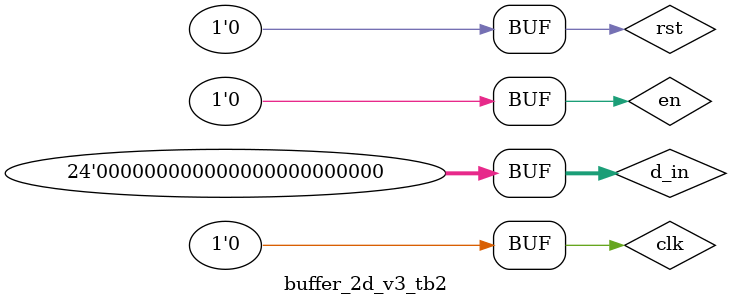
<source format=v>
`timescale 1ns / 1ps


module buffer_2d_v3_tb2;

	// Inputs
	reg clk;
	reg rst;
	reg en;
	reg [23:0] d_in;

	// Outputs
	wire [215:0] buffer_data;
	wire [7:0] RB_interpolation;

	// Instantiate the Unit Under Test (UUT)
	buffer_2d_v3 uut (
		.clk(clk), 
		.rst(rst), 
		.en(en), 
		.d_in(d_in), 
		.buffer_data(buffer_data), 
		.RB_interpolation(RB_interpolation)
	);

	initial begin
		// Initialize Inputs
		clk = 0;
		rst = 0;
		en = 0;
		d_in = 0;

		// Wait 100 ns for global reset to finish
		#100;
        
		// Add stimulus here

	end
      
endmodule


</source>
